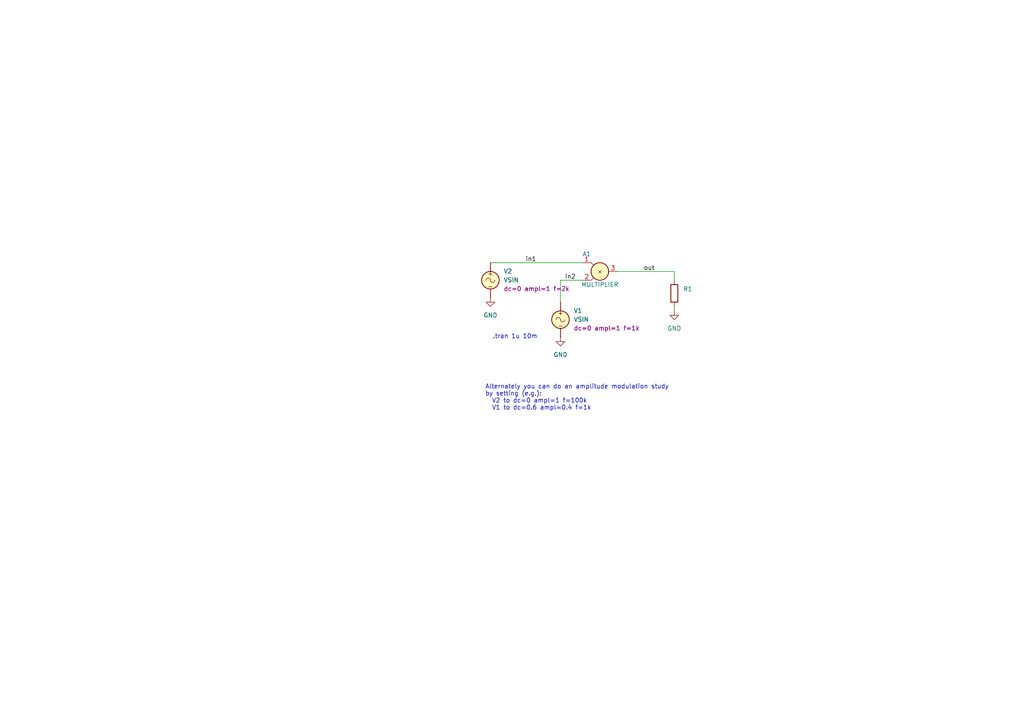
<source format=kicad_sch>
(kicad_sch (version 20231120) (generator "eeschema") (generator_version "8.0")
  (paper "A4")
  (lib_symbols
    (symbol "SPICE_Basic:R" (pin_numbers hide) (pin_names (offset 0))
      (property "Reference" "R" (at 2.54 1.27 0))
      (property "Spice_Model" "1k" (at 2.54 -1.27 0))
      (symbol "R_0_1"
        (rectangle (start -1.016 -2.54) (end 1.016 2.54) (stroke (width 0.254)))
      )
      (symbol "R_1_1"
        (pin passive line (at 0 3.81 270) (length 1.27) (name "~") (number "1"))
        (pin passive line (at 0 -3.81 90) (length 1.27) (name "~") (number "2"))
      )
    )
    (symbol "SPICE_Basic:VSIN" (pin_numbers hide) (pin_names (offset 0.0254))
      (property "Reference" "V" (at 2.54 2.54 0))
      (property "Value" "VSIN" (at 2.54 0 0))
      (property "Spice_Model" "sin(0 1 1k)" (at 2.54 -2.54 0))
      (symbol "VSIN_0_0"
        (arc (start 0 0) (mid -0.635 0.6323) (end -1.27 0))
        (arc (start 0 0) (mid 0.635 -0.6323) (end 1.27 0))
        (text "+" (at 0 1.905 0) (effects (font (size 1.27 1.27))))
        (text "-" (at 0 -1.778 0) (effects (font (size 1.27 1.27))))
      )
      (symbol "VSIN_0_1"
        (circle (center 0 0) (radius 2.54) (stroke (width 0.254)) (fill (type background)))
      )
      (symbol "VSIN_1_1"
        (pin passive line (at 0 5.08 270) (length 2.54) (name "~") (number "1"))
        (pin passive line (at 0 -5.08 90) (length 2.54) (name "~") (number "2"))
      )
    )
    (symbol "XSPICE_BasicAnalog:MULTIPLIER" (pin_names (offset 0.0254))
      (property "Reference" "A" (at -2.54 3.81 0))
      (property "Value" "MULTIPLIER" (at 2.54 5.08 0))
      (property "Spice_Model" "mult" (at 2.54 2.54 0))
      (symbol "MULTIPLIER_0_0"
        (polyline (pts (xy -2.54 -2.54) (xy -1.905 -1.905)))
        (polyline (pts (xy -2.54 2.54) (xy -1.905 1.905)))
        (text "×" (at 0 0 0) (effects (font (size 1.27 1.27))))
      )
      (symbol "MULTIPLIER_0_1"
        (circle (center 0 0) (radius 2.54) (stroke (width 0.254)) (fill (type background)))
      )
      (symbol "MULTIPLIER_1_1"
        (pin input line (at -5.08 2.54 0) (length 2.54) (name "") (number "1"))
        (pin input line (at -5.08 -2.54 0) (length 2.54) (name "") (number "2"))
        (pin output line (at 5.08 0 180) (length 2.54) (name "~") (number "3"))
      )
    )
    (symbol "power:GND" (power) (pin_names (offset 0))
      (property "Value" "GND" (at 0 -3.81 0))
      (symbol "GND_0_1"
        (polyline (pts (xy 0 0) (xy 0 -1.27) (xy 1.27 -1.27) (xy 0 -2.54) (xy -1.27 -1.27) (xy 0 -1.27)))
      )
      (symbol "GND_1_1"
        (pin power_in line (at 0 0 270) (length 0) hide (name "GND") (number "1"))
      )
    )
  )
  (wire (pts (xy 162.56 87.63) (xy 162.56 81.28)))
  (wire (pts (xy 142.24 76.2) (xy 168.91 76.2)))
  (wire (pts (xy 162.56 81.28) (xy 168.91 81.28)))
  (wire (pts (xy 195.58 88.9) (xy 195.58 90.17)))
  (wire (pts (xy 195.58 81.28) (xy 195.58 78.74)))
  (wire (pts (xy 179.07 78.74) (xy 195.58 78.74)))
  (text "Alternately you can do an amplitude modulation study\nby setting (e.g.):\n  V2 to dc=0 ampl=1 f=100k \n  V1 to dc=0.6 ampl=0.4 f=1k" (at 140.716 115.316 0) (effects (font (size 1.27 1.27)) (justify left)))
  (text ".tran 1u 10m\n" (at 142.875 98.425 0) (effects (font (size 1.27 1.27)) (justify left bottom)))
  (label "in1" (at 152.4 76.2 0))
  (label "in2" (at 163.83 81.28 0))
  (label "out" (at 186.69 78.74 0))
  (symbol (lib_id "SPICE_Basic:VSIN") (at 142.24 81.28 0) (unit 1)
    (property "Reference" "V2" (at 146.05 78.6763 0) (effects (justify left)))
    (property "Value" "VSIN" (at 146.05 81.2163 0) (effects (justify left)))
    (property "Sim.Device" "V" (effects (hide yes)))
    (property "Sim.Type" "SIN" (effects (hide yes)))
    (property "Sim.Params" "dc=0 ampl=1 f=2k" (at 146.05 83.7563 0) (effects (justify left)))
    (property "Sim.Pins" "1=+ 2=-" (effects (hide yes)))
  )
  (symbol (lib_id "power:GND") (at 162.56 97.79 0) (unit 1)
    (property "Reference" "#PWR0101" (effects (hide yes)))
    (property "Value" "GND" (at 162.56 102.87 0))
  )
  (symbol (lib_id "SPICE_Basic:VSIN") (at 162.56 92.71 0) (unit 1)
    (property "Reference" "V1" (at 166.37 90.1063 0) (effects (justify left)))
    (property "Value" "VSIN" (at 166.37 92.6463 0) (effects (justify left)))
    (property "Sim.Device" "V" (effects (hide yes)))
    (property "Sim.Type" "SIN" (effects (hide yes)))
    (property "Sim.Params" "dc=0 ampl=1 f=1k" (at 166.37 95.1863 0) (effects (justify left)))
    (property "Sim.Pins" "1=+ 2=-" (effects (hide yes)))
  )
  (symbol (lib_id "power:GND") (at 142.24 86.36 0) (unit 1)
    (property "Reference" "#PWR0103" (effects (hide yes)))
    (property "Value" "GND" (at 142.24 91.44 0))
  )
  (symbol (lib_id "power:GND") (at 195.58 90.17 0) (unit 1)
    (property "Reference" "#PWR0102" (effects (hide yes)))
    (property "Value" "GND" (at 195.58 95.25 0))
  )
  (symbol (lib_id "XSPICE_BasicAnalog:MULTIPLIER") (at 173.99 78.74 0) (unit 1)
    (property "Reference" "A1" (at 170.18 73.66 0))
    (property "Value" "MULTIPLIER" (at 173.99 82.55 0))
    (property "Sim.Device" "SUBCKT" (effects (hide yes)))
    (property "Sim.Pins" "1=in1 2=in2 3=out" (effects (hide yes)))
    (property "Sim.Library" "mult.lib" (effects (hide yes)))
    (property "Sim.Name" "mult" (effects (hide yes)))
  )
  (symbol (lib_id "SPICE_Basic:R") (at 195.58 85.09 0) (unit 1)
    (property "Reference" "R1" (at 198.12 83.8199 0) (effects (justify left)))
    (property "Value" "R" (effects (hide yes)))
    (property "Sim.Device" "SPICE" (effects (hide yes)))
    (property "Sim.Params" "type=\"R\" model=\"1k\" lib=\"\"" (effects (hide yes)))
    (property "Sim.Pins" "1=1 2=2" (effects (hide yes)))
  )
)
</source>
